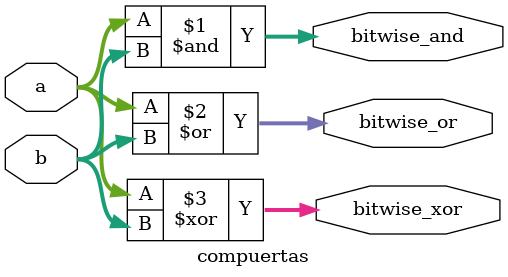
<source format=sv>
`timescale 1ns / 1ps

// Code your design here

module compuertas#(parameter WIDTH = 4)(
  input reg [WIDTH-1:0] a, b,
  output reg [WIDTH-1:0] bitwise_and,
  output reg [WIDTH-1:0] bitwise_or,
  output reg [WIDTH-1:0] bitwise_xor
);

    assign  bitwise_and=a&b;
    assign  bitwise_or = a|b;
    assign  bitwise_xor = a^b; 
endmodule


</source>
